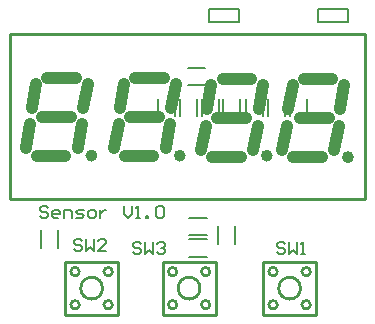
<source format=gto>
G04*
G04 #@! TF.GenerationSoftware,Altium Limited,Altium Designer,23.10.1 (27)*
G04*
G04 Layer_Color=65535*
%FSLAX25Y25*%
%MOIN*%
G70*
G04*
G04 #@! TF.SameCoordinates,442CD837-0526-4CC3-B5C4-5EBA4434BA87*
G04*
G04*
G04 #@! TF.FilePolarity,Positive*
G04*
G01*
G75*
%ADD10C,0.01000*%
%ADD11C,0.01968*%
%ADD12C,0.00787*%
%ADD13C,0.03937*%
%ADD14C,0.00500*%
D10*
X69130Y-96500D02*
G03*
X69130Y-96500I-3630J0D01*
G01*
X61408Y-102013D02*
G03*
X61408Y-102013I-1420J0D01*
G01*
X72432D02*
G03*
X72432Y-102013I-1420J0D01*
G01*
Y-90988D02*
G03*
X72432Y-90988I-1420J0D01*
G01*
X61408D02*
G03*
X61408Y-90988I-1420J0D01*
G01*
X102630Y-96500D02*
G03*
X102630Y-96500I-3630J0D01*
G01*
X94908Y-102013D02*
G03*
X94908Y-102013I-1420J0D01*
G01*
X105932D02*
G03*
X105932Y-102013I-1420J0D01*
G01*
Y-90988D02*
G03*
X105932Y-90988I-1420J0D01*
G01*
X94908D02*
G03*
X94908Y-90988I-1420J0D01*
G01*
X36630Y-96500D02*
G03*
X36630Y-96500I-3630J0D01*
G01*
X28908Y-102013D02*
G03*
X28908Y-102013I-1420J0D01*
G01*
X39932D02*
G03*
X39932Y-102013I-1420J0D01*
G01*
Y-90988D02*
G03*
X39932Y-90988I-1420J0D01*
G01*
X28908D02*
G03*
X28908Y-90988I-1420J0D01*
G01*
X56642Y-105359D02*
X74358D01*
X56642D02*
Y-87642D01*
X74358D01*
Y-105359D02*
Y-87642D01*
X124055Y-66862D02*
Y-11744D01*
X5945D02*
X5945Y-66862D01*
X124055D01*
X5945Y-11744D02*
X124055D01*
X90142Y-105359D02*
X107858D01*
X90142D02*
Y-87642D01*
X107858D01*
Y-105359D02*
Y-87642D01*
X24142Y-105359D02*
X41858D01*
X24142D02*
Y-87642D01*
X41858D01*
Y-105359D02*
Y-87642D01*
D11*
X119438Y-52803D02*
G03*
X119438Y-52803I-1000J0D01*
G01*
X33938Y-52303D02*
G03*
X33938Y-52303I-1000J0D01*
G01*
X63375D02*
G03*
X63375Y-52303I-1000J0D01*
G01*
X92375D02*
G03*
X92375Y-52303I-1000J0D01*
G01*
D12*
X65447Y-80246D02*
X71353D01*
X65447Y-85954D02*
X71353D01*
X65547Y-78754D02*
X71453D01*
X65547Y-73046D02*
X71453D01*
X55046Y-39253D02*
Y-33347D01*
X60754Y-39253D02*
Y-33347D01*
X99046Y-39253D02*
Y-33347D01*
X104754Y-39253D02*
Y-33347D01*
X82454Y-39353D02*
Y-33447D01*
X76746Y-39353D02*
Y-33447D01*
X68088Y-39253D02*
Y-33347D01*
X62379Y-39253D02*
Y-33347D01*
X75421Y-39253D02*
Y-33347D01*
X69712Y-39253D02*
Y-33347D01*
X65047Y-28854D02*
X70953D01*
X65047Y-23146D02*
X70953D01*
X90088Y-39253D02*
Y-33347D01*
X84379Y-39253D02*
Y-33347D01*
X97421Y-39253D02*
Y-33347D01*
X91712Y-39253D02*
Y-33347D01*
X16146Y-83153D02*
Y-77247D01*
X21854Y-83153D02*
Y-77247D01*
X75146Y-81753D02*
Y-75847D01*
X80854Y-81753D02*
Y-75847D01*
D13*
X57750Y-49803D02*
X59250Y-41802D01*
X86813Y-50302D02*
X88313Y-42303D01*
X69563Y-50302D02*
X71062Y-42303D01*
X88687Y-36803D02*
X90188Y-28802D01*
X74937Y-39803D02*
X84438D01*
X76688Y-26803D02*
X86187D01*
X73188Y-52802D02*
X82687D01*
X71438Y-36803D02*
X72938Y-28802D01*
X28375Y-49803D02*
X29875Y-41803D01*
X40500Y-49803D02*
X42000Y-41802D01*
X59625Y-36303D02*
X61125Y-28302D01*
X45875Y-39303D02*
X55375D01*
X47625Y-26302D02*
X57125D01*
X44125Y-52302D02*
X53625D01*
X42375Y-36303D02*
X43875Y-28302D01*
X113875Y-50303D02*
X115375Y-42303D01*
X96625Y-50303D02*
X98125Y-42303D01*
X115750Y-36803D02*
X117250Y-28803D01*
X103750Y-26803D02*
X113250D01*
X100250Y-52803D02*
X109750D01*
X98500Y-36803D02*
X100000Y-28803D01*
X13000Y-36303D02*
X14500Y-28303D01*
X14750Y-52303D02*
X24250D01*
X18250Y-26303D02*
X27750D01*
X16500Y-39303D02*
X26000D01*
X30250Y-36303D02*
X31750Y-28303D01*
X11125Y-49803D02*
X12625Y-41803D01*
X102500Y-39803D02*
X112000D01*
D14*
X118374Y-7665D02*
Y-3335D01*
X108531Y-7665D02*
Y-3335D01*
Y-7665D02*
X118374D01*
X108531Y-3335D02*
X118374D01*
X72126Y-7665D02*
Y-3335D01*
X81968Y-7665D02*
Y-3335D01*
X72126D02*
X81968D01*
X72126Y-7665D02*
X81968D01*
X49434Y-81667D02*
X48768Y-81001D01*
X47435D01*
X46768Y-81667D01*
Y-82334D01*
X47435Y-83000D01*
X48768D01*
X49434Y-83666D01*
Y-84333D01*
X48768Y-84999D01*
X47435D01*
X46768Y-84333D01*
X50767Y-81001D02*
Y-84999D01*
X52100Y-83666D01*
X53433Y-84999D01*
Y-81001D01*
X54766Y-81667D02*
X55432Y-81001D01*
X56765D01*
X57432Y-81667D01*
Y-82334D01*
X56765Y-83000D01*
X56099D01*
X56765D01*
X57432Y-83666D01*
Y-84333D01*
X56765Y-84999D01*
X55432D01*
X54766Y-84333D01*
X97501Y-81667D02*
X96834Y-81001D01*
X95501D01*
X94835Y-81667D01*
Y-82334D01*
X95501Y-83000D01*
X96834D01*
X97501Y-83666D01*
Y-84333D01*
X96834Y-84999D01*
X95501D01*
X94835Y-84333D01*
X98834Y-81001D02*
Y-84999D01*
X100166Y-83666D01*
X101499Y-84999D01*
Y-81001D01*
X102832Y-84999D02*
X104165D01*
X103499D01*
Y-81001D01*
X102832Y-81667D01*
X29834Y-80667D02*
X29168Y-80001D01*
X27835D01*
X27168Y-80667D01*
Y-81334D01*
X27835Y-82000D01*
X29168D01*
X29834Y-82666D01*
Y-83333D01*
X29168Y-83999D01*
X27835D01*
X27168Y-83333D01*
X31167Y-80001D02*
Y-83999D01*
X32500Y-82666D01*
X33833Y-83999D01*
Y-80001D01*
X37832Y-83999D02*
X35166D01*
X37832Y-81334D01*
Y-80667D01*
X37165Y-80001D01*
X35832D01*
X35166Y-80667D01*
X18366Y-69768D02*
X17699Y-69101D01*
X16366D01*
X15700Y-69768D01*
Y-70434D01*
X16366Y-71101D01*
X17699D01*
X18366Y-71767D01*
Y-72434D01*
X17699Y-73100D01*
X16366D01*
X15700Y-72434D01*
X21698Y-73100D02*
X20365D01*
X19699Y-72434D01*
Y-71101D01*
X20365Y-70434D01*
X21698D01*
X22365Y-71101D01*
Y-71767D01*
X19699D01*
X23697Y-73100D02*
Y-70434D01*
X25697D01*
X26363Y-71101D01*
Y-73100D01*
X27696D02*
X29695D01*
X30362Y-72434D01*
X29695Y-71767D01*
X28363D01*
X27696Y-71101D01*
X28363Y-70434D01*
X30362D01*
X32361Y-73100D02*
X33694D01*
X34361Y-72434D01*
Y-71101D01*
X33694Y-70434D01*
X32361D01*
X31695Y-71101D01*
Y-72434D01*
X32361Y-73100D01*
X35693Y-70434D02*
Y-73100D01*
Y-71767D01*
X36360Y-71101D01*
X37026Y-70434D01*
X37693D01*
X43691Y-69101D02*
Y-71767D01*
X45024Y-73100D01*
X46357Y-71767D01*
Y-69101D01*
X47690Y-73100D02*
X49023D01*
X48356D01*
Y-69101D01*
X47690Y-69768D01*
X51022Y-73100D02*
Y-72434D01*
X51688D01*
Y-73100D01*
X51022D01*
X54354Y-69768D02*
X55021Y-69101D01*
X56353D01*
X57020Y-69768D01*
Y-72434D01*
X56353Y-73100D01*
X55021D01*
X54354Y-72434D01*
Y-69768D01*
M02*

</source>
